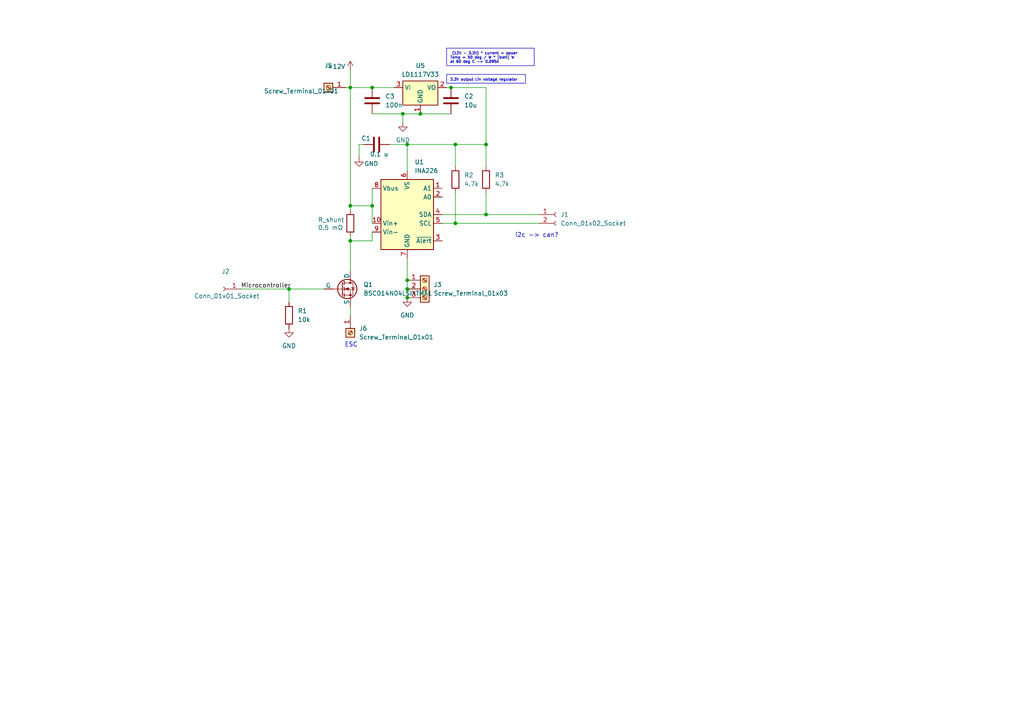
<source format=kicad_sch>
(kicad_sch
	(version 20250114)
	(generator "eeschema")
	(generator_version "9.0")
	(uuid "061be7ca-fd38-43b0-ac66-361ea2d49cb0")
	(paper "A4")
	(lib_symbols
		(symbol "Connector:Conn_01x01_Socket"
			(pin_names
				(offset 1.016)
				(hide yes)
			)
			(exclude_from_sim no)
			(in_bom yes)
			(on_board yes)
			(property "Reference" "J"
				(at 0 2.54 0)
				(effects
					(font
						(size 1.27 1.27)
					)
				)
			)
			(property "Value" "Conn_01x01_Socket"
				(at 0 -2.54 0)
				(effects
					(font
						(size 1.27 1.27)
					)
				)
			)
			(property "Footprint" ""
				(at 0 0 0)
				(effects
					(font
						(size 1.27 1.27)
					)
					(hide yes)
				)
			)
			(property "Datasheet" "~"
				(at 0 0 0)
				(effects
					(font
						(size 1.27 1.27)
					)
					(hide yes)
				)
			)
			(property "Description" "Generic connector, single row, 01x01, script generated"
				(at 0 0 0)
				(effects
					(font
						(size 1.27 1.27)
					)
					(hide yes)
				)
			)
			(property "ki_locked" ""
				(at 0 0 0)
				(effects
					(font
						(size 1.27 1.27)
					)
				)
			)
			(property "ki_keywords" "connector"
				(at 0 0 0)
				(effects
					(font
						(size 1.27 1.27)
					)
					(hide yes)
				)
			)
			(property "ki_fp_filters" "Connector*:*_1x??_*"
				(at 0 0 0)
				(effects
					(font
						(size 1.27 1.27)
					)
					(hide yes)
				)
			)
			(symbol "Conn_01x01_Socket_1_1"
				(polyline
					(pts
						(xy -1.27 0) (xy -0.508 0)
					)
					(stroke
						(width 0.1524)
						(type default)
					)
					(fill
						(type none)
					)
				)
				(arc
					(start 0 -0.508)
					(mid -0.5058 0)
					(end 0 0.508)
					(stroke
						(width 0.1524)
						(type default)
					)
					(fill
						(type none)
					)
				)
				(pin passive line
					(at -5.08 0 0)
					(length 3.81)
					(name "Pin_1"
						(effects
							(font
								(size 1.27 1.27)
							)
						)
					)
					(number "1"
						(effects
							(font
								(size 1.27 1.27)
							)
						)
					)
				)
			)
			(embedded_fonts no)
		)
		(symbol "Connector:Conn_01x02_Socket"
			(pin_names
				(offset 1.016)
				(hide yes)
			)
			(exclude_from_sim no)
			(in_bom yes)
			(on_board yes)
			(property "Reference" "J"
				(at 0 2.54 0)
				(effects
					(font
						(size 1.27 1.27)
					)
				)
			)
			(property "Value" "Conn_01x02_Socket"
				(at 0 -5.08 0)
				(effects
					(font
						(size 1.27 1.27)
					)
				)
			)
			(property "Footprint" ""
				(at 0 0 0)
				(effects
					(font
						(size 1.27 1.27)
					)
					(hide yes)
				)
			)
			(property "Datasheet" "~"
				(at 0 0 0)
				(effects
					(font
						(size 1.27 1.27)
					)
					(hide yes)
				)
			)
			(property "Description" "Generic connector, single row, 01x02, script generated"
				(at 0 0 0)
				(effects
					(font
						(size 1.27 1.27)
					)
					(hide yes)
				)
			)
			(property "ki_locked" ""
				(at 0 0 0)
				(effects
					(font
						(size 1.27 1.27)
					)
				)
			)
			(property "ki_keywords" "connector"
				(at 0 0 0)
				(effects
					(font
						(size 1.27 1.27)
					)
					(hide yes)
				)
			)
			(property "ki_fp_filters" "Connector*:*_1x??_*"
				(at 0 0 0)
				(effects
					(font
						(size 1.27 1.27)
					)
					(hide yes)
				)
			)
			(symbol "Conn_01x02_Socket_1_1"
				(polyline
					(pts
						(xy -1.27 0) (xy -0.508 0)
					)
					(stroke
						(width 0.1524)
						(type default)
					)
					(fill
						(type none)
					)
				)
				(polyline
					(pts
						(xy -1.27 -2.54) (xy -0.508 -2.54)
					)
					(stroke
						(width 0.1524)
						(type default)
					)
					(fill
						(type none)
					)
				)
				(arc
					(start 0 -0.508)
					(mid -0.5058 0)
					(end 0 0.508)
					(stroke
						(width 0.1524)
						(type default)
					)
					(fill
						(type none)
					)
				)
				(arc
					(start 0 -3.048)
					(mid -0.5058 -2.54)
					(end 0 -2.032)
					(stroke
						(width 0.1524)
						(type default)
					)
					(fill
						(type none)
					)
				)
				(pin passive line
					(at -5.08 0 0)
					(length 3.81)
					(name "Pin_1"
						(effects
							(font
								(size 1.27 1.27)
							)
						)
					)
					(number "1"
						(effects
							(font
								(size 1.27 1.27)
							)
						)
					)
				)
				(pin passive line
					(at -5.08 -2.54 0)
					(length 3.81)
					(name "Pin_2"
						(effects
							(font
								(size 1.27 1.27)
							)
						)
					)
					(number "2"
						(effects
							(font
								(size 1.27 1.27)
							)
						)
					)
				)
			)
			(embedded_fonts no)
		)
		(symbol "Connector:Screw_Terminal_01x01"
			(pin_names
				(offset 1.016)
				(hide yes)
			)
			(exclude_from_sim no)
			(in_bom yes)
			(on_board yes)
			(property "Reference" "J"
				(at 0 2.54 0)
				(effects
					(font
						(size 1.27 1.27)
					)
				)
			)
			(property "Value" "Screw_Terminal_01x01"
				(at 0 -2.54 0)
				(effects
					(font
						(size 1.27 1.27)
					)
				)
			)
			(property "Footprint" ""
				(at 0 0 0)
				(effects
					(font
						(size 1.27 1.27)
					)
					(hide yes)
				)
			)
			(property "Datasheet" "~"
				(at 0 0 0)
				(effects
					(font
						(size 1.27 1.27)
					)
					(hide yes)
				)
			)
			(property "Description" "Generic screw terminal, single row, 01x01, script generated (kicad-library-utils/schlib/autogen/connector/)"
				(at 0 0 0)
				(effects
					(font
						(size 1.27 1.27)
					)
					(hide yes)
				)
			)
			(property "ki_keywords" "screw terminal"
				(at 0 0 0)
				(effects
					(font
						(size 1.27 1.27)
					)
					(hide yes)
				)
			)
			(property "ki_fp_filters" "TerminalBlock*:*"
				(at 0 0 0)
				(effects
					(font
						(size 1.27 1.27)
					)
					(hide yes)
				)
			)
			(symbol "Screw_Terminal_01x01_1_1"
				(rectangle
					(start -1.27 1.27)
					(end 1.27 -1.27)
					(stroke
						(width 0.254)
						(type default)
					)
					(fill
						(type background)
					)
				)
				(polyline
					(pts
						(xy -0.5334 0.3302) (xy 0.3302 -0.508)
					)
					(stroke
						(width 0.1524)
						(type default)
					)
					(fill
						(type none)
					)
				)
				(polyline
					(pts
						(xy -0.3556 0.508) (xy 0.508 -0.3302)
					)
					(stroke
						(width 0.1524)
						(type default)
					)
					(fill
						(type none)
					)
				)
				(circle
					(center 0 0)
					(radius 0.635)
					(stroke
						(width 0.1524)
						(type default)
					)
					(fill
						(type none)
					)
				)
				(pin passive line
					(at -5.08 0 0)
					(length 3.81)
					(name "Pin_1"
						(effects
							(font
								(size 1.27 1.27)
							)
						)
					)
					(number "1"
						(effects
							(font
								(size 1.27 1.27)
							)
						)
					)
				)
			)
			(embedded_fonts no)
		)
		(symbol "Connector:Screw_Terminal_01x03"
			(pin_names
				(offset 1.016)
				(hide yes)
			)
			(exclude_from_sim no)
			(in_bom yes)
			(on_board yes)
			(property "Reference" "J"
				(at 0 5.08 0)
				(effects
					(font
						(size 1.27 1.27)
					)
				)
			)
			(property "Value" "Screw_Terminal_01x03"
				(at 0 -5.08 0)
				(effects
					(font
						(size 1.27 1.27)
					)
				)
			)
			(property "Footprint" ""
				(at 0 0 0)
				(effects
					(font
						(size 1.27 1.27)
					)
					(hide yes)
				)
			)
			(property "Datasheet" "~"
				(at 0 0 0)
				(effects
					(font
						(size 1.27 1.27)
					)
					(hide yes)
				)
			)
			(property "Description" "Generic screw terminal, single row, 01x03, script generated (kicad-library-utils/schlib/autogen/connector/)"
				(at 0 0 0)
				(effects
					(font
						(size 1.27 1.27)
					)
					(hide yes)
				)
			)
			(property "ki_keywords" "screw terminal"
				(at 0 0 0)
				(effects
					(font
						(size 1.27 1.27)
					)
					(hide yes)
				)
			)
			(property "ki_fp_filters" "TerminalBlock*:*"
				(at 0 0 0)
				(effects
					(font
						(size 1.27 1.27)
					)
					(hide yes)
				)
			)
			(symbol "Screw_Terminal_01x03_1_1"
				(rectangle
					(start -1.27 3.81)
					(end 1.27 -3.81)
					(stroke
						(width 0.254)
						(type default)
					)
					(fill
						(type background)
					)
				)
				(polyline
					(pts
						(xy -0.5334 2.8702) (xy 0.3302 2.032)
					)
					(stroke
						(width 0.1524)
						(type default)
					)
					(fill
						(type none)
					)
				)
				(polyline
					(pts
						(xy -0.5334 0.3302) (xy 0.3302 -0.508)
					)
					(stroke
						(width 0.1524)
						(type default)
					)
					(fill
						(type none)
					)
				)
				(polyline
					(pts
						(xy -0.5334 -2.2098) (xy 0.3302 -3.048)
					)
					(stroke
						(width 0.1524)
						(type default)
					)
					(fill
						(type none)
					)
				)
				(polyline
					(pts
						(xy -0.3556 3.048) (xy 0.508 2.2098)
					)
					(stroke
						(width 0.1524)
						(type default)
					)
					(fill
						(type none)
					)
				)
				(polyline
					(pts
						(xy -0.3556 0.508) (xy 0.508 -0.3302)
					)
					(stroke
						(width 0.1524)
						(type default)
					)
					(fill
						(type none)
					)
				)
				(polyline
					(pts
						(xy -0.3556 -2.032) (xy 0.508 -2.8702)
					)
					(stroke
						(width 0.1524)
						(type default)
					)
					(fill
						(type none)
					)
				)
				(circle
					(center 0 2.54)
					(radius 0.635)
					(stroke
						(width 0.1524)
						(type default)
					)
					(fill
						(type none)
					)
				)
				(circle
					(center 0 0)
					(radius 0.635)
					(stroke
						(width 0.1524)
						(type default)
					)
					(fill
						(type none)
					)
				)
				(circle
					(center 0 -2.54)
					(radius 0.635)
					(stroke
						(width 0.1524)
						(type default)
					)
					(fill
						(type none)
					)
				)
				(pin passive line
					(at -5.08 2.54 0)
					(length 3.81)
					(name "Pin_1"
						(effects
							(font
								(size 1.27 1.27)
							)
						)
					)
					(number "1"
						(effects
							(font
								(size 1.27 1.27)
							)
						)
					)
				)
				(pin passive line
					(at -5.08 0 0)
					(length 3.81)
					(name "Pin_2"
						(effects
							(font
								(size 1.27 1.27)
							)
						)
					)
					(number "2"
						(effects
							(font
								(size 1.27 1.27)
							)
						)
					)
				)
				(pin passive line
					(at -5.08 -2.54 0)
					(length 3.81)
					(name "Pin_3"
						(effects
							(font
								(size 1.27 1.27)
							)
						)
					)
					(number "3"
						(effects
							(font
								(size 1.27 1.27)
							)
						)
					)
				)
			)
			(embedded_fonts no)
		)
		(symbol "Device:C"
			(pin_numbers
				(hide yes)
			)
			(pin_names
				(offset 0.254)
			)
			(exclude_from_sim no)
			(in_bom yes)
			(on_board yes)
			(property "Reference" "C"
				(at 0.635 2.54 0)
				(effects
					(font
						(size 1.27 1.27)
					)
					(justify left)
				)
			)
			(property "Value" "C"
				(at 0.635 -2.54 0)
				(effects
					(font
						(size 1.27 1.27)
					)
					(justify left)
				)
			)
			(property "Footprint" ""
				(at 0.9652 -3.81 0)
				(effects
					(font
						(size 1.27 1.27)
					)
					(hide yes)
				)
			)
			(property "Datasheet" "~"
				(at 0 0 0)
				(effects
					(font
						(size 1.27 1.27)
					)
					(hide yes)
				)
			)
			(property "Description" "Unpolarized capacitor"
				(at 0 0 0)
				(effects
					(font
						(size 1.27 1.27)
					)
					(hide yes)
				)
			)
			(property "ki_keywords" "cap capacitor"
				(at 0 0 0)
				(effects
					(font
						(size 1.27 1.27)
					)
					(hide yes)
				)
			)
			(property "ki_fp_filters" "C_*"
				(at 0 0 0)
				(effects
					(font
						(size 1.27 1.27)
					)
					(hide yes)
				)
			)
			(symbol "C_0_1"
				(polyline
					(pts
						(xy -2.032 0.762) (xy 2.032 0.762)
					)
					(stroke
						(width 0.508)
						(type default)
					)
					(fill
						(type none)
					)
				)
				(polyline
					(pts
						(xy -2.032 -0.762) (xy 2.032 -0.762)
					)
					(stroke
						(width 0.508)
						(type default)
					)
					(fill
						(type none)
					)
				)
			)
			(symbol "C_1_1"
				(pin passive line
					(at 0 3.81 270)
					(length 2.794)
					(name "~"
						(effects
							(font
								(size 1.27 1.27)
							)
						)
					)
					(number "1"
						(effects
							(font
								(size 1.27 1.27)
							)
						)
					)
				)
				(pin passive line
					(at 0 -3.81 90)
					(length 2.794)
					(name "~"
						(effects
							(font
								(size 1.27 1.27)
							)
						)
					)
					(number "2"
						(effects
							(font
								(size 1.27 1.27)
							)
						)
					)
				)
			)
			(embedded_fonts no)
		)
		(symbol "Device:R"
			(pin_numbers
				(hide yes)
			)
			(pin_names
				(offset 0)
			)
			(exclude_from_sim no)
			(in_bom yes)
			(on_board yes)
			(property "Reference" "R"
				(at 2.032 0 90)
				(effects
					(font
						(size 1.27 1.27)
					)
				)
			)
			(property "Value" "R"
				(at 0 0 90)
				(effects
					(font
						(size 1.27 1.27)
					)
				)
			)
			(property "Footprint" ""
				(at -1.778 0 90)
				(effects
					(font
						(size 1.27 1.27)
					)
					(hide yes)
				)
			)
			(property "Datasheet" "~"
				(at 0 0 0)
				(effects
					(font
						(size 1.27 1.27)
					)
					(hide yes)
				)
			)
			(property "Description" "Resistor"
				(at 0 0 0)
				(effects
					(font
						(size 1.27 1.27)
					)
					(hide yes)
				)
			)
			(property "ki_keywords" "R res resistor"
				(at 0 0 0)
				(effects
					(font
						(size 1.27 1.27)
					)
					(hide yes)
				)
			)
			(property "ki_fp_filters" "R_*"
				(at 0 0 0)
				(effects
					(font
						(size 1.27 1.27)
					)
					(hide yes)
				)
			)
			(symbol "R_0_1"
				(rectangle
					(start -1.016 -2.54)
					(end 1.016 2.54)
					(stroke
						(width 0.254)
						(type default)
					)
					(fill
						(type none)
					)
				)
			)
			(symbol "R_1_1"
				(pin passive line
					(at 0 3.81 270)
					(length 1.27)
					(name "~"
						(effects
							(font
								(size 1.27 1.27)
							)
						)
					)
					(number "1"
						(effects
							(font
								(size 1.27 1.27)
							)
						)
					)
				)
				(pin passive line
					(at 0 -3.81 90)
					(length 1.27)
					(name "~"
						(effects
							(font
								(size 1.27 1.27)
							)
						)
					)
					(number "2"
						(effects
							(font
								(size 1.27 1.27)
							)
						)
					)
				)
			)
			(embedded_fonts no)
		)
		(symbol "Regulator_Linear:LD1117V33"
			(exclude_from_sim no)
			(in_bom yes)
			(on_board yes)
			(property "Reference" "U"
				(at -3.81 3.175 0)
				(effects
					(font
						(size 1.27 1.27)
					)
				)
			)
			(property "Value" "LD1117V33"
				(at 0 3.175 0)
				(effects
					(font
						(size 1.27 1.27)
					)
					(justify left)
				)
			)
			(property "Footprint" "Package_TO_SOT_THT:TO-220-3_Vertical"
				(at 0 5.08 0)
				(effects
					(font
						(size 1.27 1.27)
					)
					(hide yes)
				)
			)
			(property "Datasheet" "https://www.st.com/resource/en/datasheet/ld1117.pdf"
				(at 2.54 -6.35 0)
				(effects
					(font
						(size 1.27 1.27)
					)
					(hide yes)
				)
			)
			(property "Description" "800 mA Fixed Low Drop Positive Voltage Regulator (ldo). Max input 15V. Fixed Output 3.3V. TO-220-3"
				(at 0 0 0)
				(effects
					(font
						(size 1.27 1.27)
					)
					(hide yes)
				)
			)
			(property "ki_keywords" "low-dropout-regulator ldo"
				(at 0 0 0)
				(effects
					(font
						(size 1.27 1.27)
					)
					(hide yes)
				)
			)
			(property "ki_fp_filters" "*TO?220*"
				(at 0 0 0)
				(effects
					(font
						(size 1.27 1.27)
					)
					(hide yes)
				)
			)
			(symbol "LD1117V33_0_1"
				(rectangle
					(start -5.08 -5.08)
					(end 5.08 1.905)
					(stroke
						(width 0.254)
						(type default)
					)
					(fill
						(type background)
					)
				)
			)
			(symbol "LD1117V33_1_1"
				(pin power_in line
					(at -7.62 0 0)
					(length 2.54)
					(name "VI"
						(effects
							(font
								(size 1.27 1.27)
							)
						)
					)
					(number "3"
						(effects
							(font
								(size 1.27 1.27)
							)
						)
					)
				)
				(pin power_in line
					(at 0 -7.62 90)
					(length 2.54)
					(name "GND"
						(effects
							(font
								(size 1.27 1.27)
							)
						)
					)
					(number "1"
						(effects
							(font
								(size 1.27 1.27)
							)
						)
					)
				)
				(pin power_out line
					(at 7.62 0 180)
					(length 2.54)
					(name "VO"
						(effects
							(font
								(size 1.27 1.27)
							)
						)
					)
					(number "2"
						(effects
							(font
								(size 1.27 1.27)
							)
						)
					)
				)
			)
			(embedded_fonts no)
		)
		(symbol "Sensor_Energy:INA226"
			(exclude_from_sim no)
			(in_bom yes)
			(on_board yes)
			(property "Reference" "U"
				(at -6.35 11.43 0)
				(effects
					(font
						(size 1.27 1.27)
					)
				)
			)
			(property "Value" "INA226"
				(at 3.81 11.43 0)
				(effects
					(font
						(size 1.27 1.27)
					)
				)
			)
			(property "Footprint" "Package_SO:VSSOP-10_3x3mm_P0.5mm"
				(at 20.32 -11.43 0)
				(effects
					(font
						(size 1.27 1.27)
					)
					(hide yes)
				)
			)
			(property "Datasheet" "http://www.ti.com/lit/ds/symlink/ina226.pdf"
				(at 8.89 -2.54 0)
				(effects
					(font
						(size 1.27 1.27)
					)
					(hide yes)
				)
			)
			(property "Description" "High-Side or Low-Side Measurement, Bi-Directional Current and Power Monitor (0-36V) with I2C Compatible Interface, VSSOP-10"
				(at 0 0 0)
				(effects
					(font
						(size 1.27 1.27)
					)
					(hide yes)
				)
			)
			(property "ki_keywords" "ADC I2C 16-Bit Oversampling Current Shunt"
				(at 0 0 0)
				(effects
					(font
						(size 1.27 1.27)
					)
					(hide yes)
				)
			)
			(property "ki_fp_filters" "VSSOP*3x3mm*P0.5mm*"
				(at 0 0 0)
				(effects
					(font
						(size 1.27 1.27)
					)
					(hide yes)
				)
			)
			(symbol "INA226_0_1"
				(rectangle
					(start 7.62 10.16)
					(end -7.62 -10.16)
					(stroke
						(width 0.254)
						(type default)
					)
					(fill
						(type background)
					)
				)
			)
			(symbol "INA226_1_1"
				(pin input line
					(at -10.16 7.62 0)
					(length 2.54)
					(name "Vbus"
						(effects
							(font
								(size 1.27 1.27)
							)
						)
					)
					(number "8"
						(effects
							(font
								(size 1.27 1.27)
							)
						)
					)
				)
				(pin input line
					(at -10.16 -2.54 0)
					(length 2.54)
					(name "Vin+"
						(effects
							(font
								(size 1.27 1.27)
							)
						)
					)
					(number "10"
						(effects
							(font
								(size 1.27 1.27)
							)
						)
					)
				)
				(pin input line
					(at -10.16 -5.08 0)
					(length 2.54)
					(name "Vin-"
						(effects
							(font
								(size 1.27 1.27)
							)
						)
					)
					(number "9"
						(effects
							(font
								(size 1.27 1.27)
							)
						)
					)
				)
				(pin power_in line
					(at 0 12.7 270)
					(length 2.54)
					(name "VS"
						(effects
							(font
								(size 1.27 1.27)
							)
						)
					)
					(number "6"
						(effects
							(font
								(size 1.27 1.27)
							)
						)
					)
				)
				(pin power_in line
					(at 0 -12.7 90)
					(length 2.54)
					(name "GND"
						(effects
							(font
								(size 1.27 1.27)
							)
						)
					)
					(number "7"
						(effects
							(font
								(size 1.27 1.27)
							)
						)
					)
				)
				(pin input line
					(at 10.16 7.62 180)
					(length 2.54)
					(name "A1"
						(effects
							(font
								(size 1.27 1.27)
							)
						)
					)
					(number "1"
						(effects
							(font
								(size 1.27 1.27)
							)
						)
					)
				)
				(pin input line
					(at 10.16 5.08 180)
					(length 2.54)
					(name "A0"
						(effects
							(font
								(size 1.27 1.27)
							)
						)
					)
					(number "2"
						(effects
							(font
								(size 1.27 1.27)
							)
						)
					)
				)
				(pin bidirectional line
					(at 10.16 0 180)
					(length 2.54)
					(name "SDA"
						(effects
							(font
								(size 1.27 1.27)
							)
						)
					)
					(number "4"
						(effects
							(font
								(size 1.27 1.27)
							)
						)
					)
				)
				(pin input line
					(at 10.16 -2.54 180)
					(length 2.54)
					(name "SCL"
						(effects
							(font
								(size 1.27 1.27)
							)
						)
					)
					(number "5"
						(effects
							(font
								(size 1.27 1.27)
							)
						)
					)
				)
				(pin open_collector line
					(at 10.16 -7.62 180)
					(length 2.54)
					(name "~{Alert}"
						(effects
							(font
								(size 1.27 1.27)
							)
						)
					)
					(number "3"
						(effects
							(font
								(size 1.27 1.27)
							)
						)
					)
				)
			)
			(embedded_fonts no)
		)
		(symbol "Simulation_SPICE:NMOS"
			(pin_numbers
				(hide yes)
			)
			(pin_names
				(offset 0)
			)
			(exclude_from_sim no)
			(in_bom yes)
			(on_board yes)
			(property "Reference" "Q"
				(at 5.08 1.27 0)
				(effects
					(font
						(size 1.27 1.27)
					)
					(justify left)
				)
			)
			(property "Value" "NMOS"
				(at 5.08 -1.27 0)
				(effects
					(font
						(size 1.27 1.27)
					)
					(justify left)
				)
			)
			(property "Footprint" ""
				(at 5.08 2.54 0)
				(effects
					(font
						(size 1.27 1.27)
					)
					(hide yes)
				)
			)
			(property "Datasheet" "https://ngspice.sourceforge.io/docs/ngspice-html-manual/manual.xhtml#cha_MOSFETs"
				(at 0 -12.7 0)
				(effects
					(font
						(size 1.27 1.27)
					)
					(hide yes)
				)
			)
			(property "Description" "N-MOSFET transistor, drain/source/gate"
				(at 0 0 0)
				(effects
					(font
						(size 1.27 1.27)
					)
					(hide yes)
				)
			)
			(property "Sim.Device" "NMOS"
				(at 0 -17.145 0)
				(effects
					(font
						(size 1.27 1.27)
					)
					(hide yes)
				)
			)
			(property "Sim.Type" "VDMOS"
				(at 0 -19.05 0)
				(effects
					(font
						(size 1.27 1.27)
					)
					(hide yes)
				)
			)
			(property "Sim.Pins" "1=D 2=G 3=S"
				(at 0 -15.24 0)
				(effects
					(font
						(size 1.27 1.27)
					)
					(hide yes)
				)
			)
			(property "ki_keywords" "transistor NMOS N-MOS N-MOSFET simulation"
				(at 0 0 0)
				(effects
					(font
						(size 1.27 1.27)
					)
					(hide yes)
				)
			)
			(symbol "NMOS_0_1"
				(polyline
					(pts
						(xy 0.254 1.905) (xy 0.254 -1.905)
					)
					(stroke
						(width 0.254)
						(type default)
					)
					(fill
						(type none)
					)
				)
				(polyline
					(pts
						(xy 0.254 0) (xy -2.54 0)
					)
					(stroke
						(width 0)
						(type default)
					)
					(fill
						(type none)
					)
				)
				(polyline
					(pts
						(xy 0.762 2.286) (xy 0.762 1.27)
					)
					(stroke
						(width 0.254)
						(type default)
					)
					(fill
						(type none)
					)
				)
				(polyline
					(pts
						(xy 0.762 0.508) (xy 0.762 -0.508)
					)
					(stroke
						(width 0.254)
						(type default)
					)
					(fill
						(type none)
					)
				)
				(polyline
					(pts
						(xy 0.762 -1.27) (xy 0.762 -2.286)
					)
					(stroke
						(width 0.254)
						(type default)
					)
					(fill
						(type none)
					)
				)
				(polyline
					(pts
						(xy 0.762 -1.778) (xy 3.302 -1.778) (xy 3.302 1.778) (xy 0.762 1.778)
					)
					(stroke
						(width 0)
						(type default)
					)
					(fill
						(type none)
					)
				)
				(polyline
					(pts
						(xy 1.016 0) (xy 2.032 0.381) (xy 2.032 -0.381) (xy 1.016 0)
					)
					(stroke
						(width 0)
						(type default)
					)
					(fill
						(type outline)
					)
				)
				(circle
					(center 1.651 0)
					(radius 2.794)
					(stroke
						(width 0.254)
						(type default)
					)
					(fill
						(type none)
					)
				)
				(polyline
					(pts
						(xy 2.54 2.54) (xy 2.54 1.778)
					)
					(stroke
						(width 0)
						(type default)
					)
					(fill
						(type none)
					)
				)
				(circle
					(center 2.54 1.778)
					(radius 0.254)
					(stroke
						(width 0)
						(type default)
					)
					(fill
						(type outline)
					)
				)
				(circle
					(center 2.54 -1.778)
					(radius 0.254)
					(stroke
						(width 0)
						(type default)
					)
					(fill
						(type outline)
					)
				)
				(polyline
					(pts
						(xy 2.54 -2.54) (xy 2.54 0) (xy 0.762 0)
					)
					(stroke
						(width 0)
						(type default)
					)
					(fill
						(type none)
					)
				)
				(polyline
					(pts
						(xy 2.794 0.508) (xy 2.921 0.381) (xy 3.683 0.381) (xy 3.81 0.254)
					)
					(stroke
						(width 0)
						(type default)
					)
					(fill
						(type none)
					)
				)
				(polyline
					(pts
						(xy 3.302 0.381) (xy 2.921 -0.254) (xy 3.683 -0.254) (xy 3.302 0.381)
					)
					(stroke
						(width 0)
						(type default)
					)
					(fill
						(type none)
					)
				)
			)
			(symbol "NMOS_1_1"
				(pin input line
					(at -5.08 0 0)
					(length 2.54)
					(name "G"
						(effects
							(font
								(size 1.27 1.27)
							)
						)
					)
					(number "2"
						(effects
							(font
								(size 1.27 1.27)
							)
						)
					)
				)
				(pin passive line
					(at 2.54 5.08 270)
					(length 2.54)
					(name "D"
						(effects
							(font
								(size 1.27 1.27)
							)
						)
					)
					(number "1"
						(effects
							(font
								(size 1.27 1.27)
							)
						)
					)
				)
				(pin passive line
					(at 2.54 -5.08 90)
					(length 2.54)
					(name "S"
						(effects
							(font
								(size 1.27 1.27)
							)
						)
					)
					(number "3"
						(effects
							(font
								(size 1.27 1.27)
							)
						)
					)
				)
			)
			(embedded_fonts no)
		)
		(symbol "power:+12V"
			(power)
			(pin_numbers
				(hide yes)
			)
			(pin_names
				(offset 0)
				(hide yes)
			)
			(exclude_from_sim no)
			(in_bom yes)
			(on_board yes)
			(property "Reference" "#PWR"
				(at 0 -3.81 0)
				(effects
					(font
						(size 1.27 1.27)
					)
					(hide yes)
				)
			)
			(property "Value" "+12V"
				(at 0 3.556 0)
				(effects
					(font
						(size 1.27 1.27)
					)
				)
			)
			(property "Footprint" ""
				(at 0 0 0)
				(effects
					(font
						(size 1.27 1.27)
					)
					(hide yes)
				)
			)
			(property "Datasheet" ""
				(at 0 0 0)
				(effects
					(font
						(size 1.27 1.27)
					)
					(hide yes)
				)
			)
			(property "Description" "Power symbol creates a global label with name \"+12V\""
				(at 0 0 0)
				(effects
					(font
						(size 1.27 1.27)
					)
					(hide yes)
				)
			)
			(property "ki_keywords" "global power"
				(at 0 0 0)
				(effects
					(font
						(size 1.27 1.27)
					)
					(hide yes)
				)
			)
			(symbol "+12V_0_1"
				(polyline
					(pts
						(xy -0.762 1.27) (xy 0 2.54)
					)
					(stroke
						(width 0)
						(type default)
					)
					(fill
						(type none)
					)
				)
				(polyline
					(pts
						(xy 0 2.54) (xy 0.762 1.27)
					)
					(stroke
						(width 0)
						(type default)
					)
					(fill
						(type none)
					)
				)
				(polyline
					(pts
						(xy 0 0) (xy 0 2.54)
					)
					(stroke
						(width 0)
						(type default)
					)
					(fill
						(type none)
					)
				)
			)
			(symbol "+12V_1_1"
				(pin power_in line
					(at 0 0 90)
					(length 0)
					(name "~"
						(effects
							(font
								(size 1.27 1.27)
							)
						)
					)
					(number "1"
						(effects
							(font
								(size 1.27 1.27)
							)
						)
					)
				)
			)
			(embedded_fonts no)
		)
		(symbol "power:GND"
			(power)
			(pin_numbers
				(hide yes)
			)
			(pin_names
				(offset 0)
				(hide yes)
			)
			(exclude_from_sim no)
			(in_bom yes)
			(on_board yes)
			(property "Reference" "#PWR"
				(at 0 -6.35 0)
				(effects
					(font
						(size 1.27 1.27)
					)
					(hide yes)
				)
			)
			(property "Value" "GND"
				(at 0 -3.81 0)
				(effects
					(font
						(size 1.27 1.27)
					)
				)
			)
			(property "Footprint" ""
				(at 0 0 0)
				(effects
					(font
						(size 1.27 1.27)
					)
					(hide yes)
				)
			)
			(property "Datasheet" ""
				(at 0 0 0)
				(effects
					(font
						(size 1.27 1.27)
					)
					(hide yes)
				)
			)
			(property "Description" "Power symbol creates a global label with name \"GND\" , ground"
				(at 0 0 0)
				(effects
					(font
						(size 1.27 1.27)
					)
					(hide yes)
				)
			)
			(property "ki_keywords" "global power"
				(at 0 0 0)
				(effects
					(font
						(size 1.27 1.27)
					)
					(hide yes)
				)
			)
			(symbol "GND_0_1"
				(polyline
					(pts
						(xy 0 0) (xy 0 -1.27) (xy 1.27 -1.27) (xy 0 -2.54) (xy -1.27 -1.27) (xy 0 -1.27)
					)
					(stroke
						(width 0)
						(type default)
					)
					(fill
						(type none)
					)
				)
			)
			(symbol "GND_1_1"
				(pin power_in line
					(at 0 0 270)
					(length 0)
					(name "~"
						(effects
							(font
								(size 1.27 1.27)
							)
						)
					)
					(number "1"
						(effects
							(font
								(size 1.27 1.27)
							)
						)
					)
				)
			)
			(embedded_fonts no)
		)
	)
	(text "ESC\n"
		(exclude_from_sim no)
		(at 101.854 100.076 0)
		(effects
			(font
				(size 1.27 1.27)
			)
		)
		(uuid "a093bca2-3106-414b-8270-1c3973b063c0")
	)
	(text "i2c -> can?\n"
		(exclude_from_sim no)
		(at 155.702 68.326 0)
		(effects
			(font
				(size 1.27 1.27)
			)
		)
		(uuid "c00be45a-9397-4a90-80e9-09acc527bd3f")
	)
	(text_box " (12V - 3.3V) * current = power \nTemp = 50 deg / W * [bleh] W\nat 60 deg C -> 0.095A \n"
		(exclude_from_sim no)
		(at 129.54 13.97 0)
		(size 25.4 5.08)
		(margins 0.9525 0.9525 0.9525 0.9525)
		(stroke
			(width 0)
			(type solid)
		)
		(fill
			(type none)
		)
		(effects
			(font
				(size 0.762 0.762)
			)
			(justify left top)
		)
		(uuid "e94a56ee-c1e7-4adf-a709-4f777d2e1a3f")
	)
	(text_box "3.3V output Lin voltage regulator"
		(exclude_from_sim no)
		(at 129.54 21.59 0)
		(size 22.86 2.54)
		(margins 0.9525 0.9525 0.9525 0.9525)
		(stroke
			(width 0)
			(type solid)
		)
		(fill
			(type none)
		)
		(effects
			(font
				(size 0.762 0.762)
			)
			(justify left top)
		)
		(uuid "f0dc8457-ccad-4d53-94c8-e1804e84bbeb")
	)
	(junction
		(at 101.6 59.69)
		(diameter 0)
		(color 0 0 0 0)
		(uuid "1cee996a-02ba-4bf9-80d6-8605531daaff")
	)
	(junction
		(at 118.11 83.82)
		(diameter 0)
		(color 0 0 0 0)
		(uuid "3f96ec73-6d5f-4bdf-80b1-0f3eaab6055d")
	)
	(junction
		(at 140.97 41.91)
		(diameter 0)
		(color 0 0 0 0)
		(uuid "408c9a8d-e169-41ba-a439-9689d252f04e")
	)
	(junction
		(at 107.95 25.4)
		(diameter 0)
		(color 0 0 0 0)
		(uuid "6323164e-9e08-4289-b576-3da8377fb7a0")
	)
	(junction
		(at 118.11 41.91)
		(diameter 0)
		(color 0 0 0 0)
		(uuid "82eaa52a-81c3-4690-aedf-6fb9c3c653b4")
	)
	(junction
		(at 140.97 62.23)
		(diameter 0)
		(color 0 0 0 0)
		(uuid "85b41a87-141b-4af4-9192-28e52df228b2")
	)
	(junction
		(at 116.84 33.02)
		(diameter 0)
		(color 0 0 0 0)
		(uuid "95bf5daa-32e4-4895-8a21-1f88d0fd82f2")
	)
	(junction
		(at 118.11 81.28)
		(diameter 0)
		(color 0 0 0 0)
		(uuid "97c0dc6b-f1ac-4453-a80a-e1fead2e5cf4")
	)
	(junction
		(at 101.6 25.4)
		(diameter 0)
		(color 0 0 0 0)
		(uuid "9d1a6b69-9724-451b-8550-82614798623a")
	)
	(junction
		(at 130.81 25.4)
		(diameter 0)
		(color 0 0 0 0)
		(uuid "a302355e-8018-4b26-8a2d-29d1aa17479d")
	)
	(junction
		(at 118.11 86.36)
		(diameter 0)
		(color 0 0 0 0)
		(uuid "ad2cb4d9-1bcc-45b3-a13f-1c558897d722")
	)
	(junction
		(at 121.92 33.02)
		(diameter 0)
		(color 0 0 0 0)
		(uuid "ae7e21c9-1638-41e9-ae16-765776a78efb")
	)
	(junction
		(at 132.08 41.91)
		(diameter 0)
		(color 0 0 0 0)
		(uuid "da9e8686-17a9-438a-abd4-a7e2cd30a4da")
	)
	(junction
		(at 107.95 59.69)
		(diameter 0)
		(color 0 0 0 0)
		(uuid "eafd84ee-baf3-4da7-b92b-0764ae96898c")
	)
	(junction
		(at 132.08 64.77)
		(diameter 0)
		(color 0 0 0 0)
		(uuid "f5d990c1-d3f5-4f7c-a861-f8ea5ef296c3")
	)
	(junction
		(at 101.6 69.85)
		(diameter 0)
		(color 0 0 0 0)
		(uuid "f7b7f8eb-ad6c-4011-b24c-79492cfe0a2f")
	)
	(junction
		(at 83.82 83.82)
		(diameter 0)
		(color 0 0 0 0)
		(uuid "fa02dad9-1077-431d-926e-5c6bcb12ff6f")
	)
	(wire
		(pts
			(xy 101.6 25.4) (xy 101.6 59.69)
		)
		(stroke
			(width 0)
			(type default)
		)
		(uuid "0488dbb0-5c17-4f0e-b34a-2730e95bebf1")
	)
	(wire
		(pts
			(xy 101.6 25.4) (xy 107.95 25.4)
		)
		(stroke
			(width 0)
			(type default)
		)
		(uuid "07a3ac6d-71f3-4ed5-9a1b-2c52c578ef9b")
	)
	(wire
		(pts
			(xy 101.6 20.32) (xy 101.6 25.4)
		)
		(stroke
			(width 0)
			(type default)
		)
		(uuid "1c3f588d-a29f-4da6-8577-6825c790fefd")
	)
	(wire
		(pts
			(xy 118.11 81.28) (xy 118.11 83.82)
		)
		(stroke
			(width 0)
			(type default)
		)
		(uuid "243a4d91-46a5-4b8f-b54d-4956c26de3c5")
	)
	(wire
		(pts
			(xy 101.6 69.85) (xy 101.6 78.74)
		)
		(stroke
			(width 0)
			(type default)
		)
		(uuid "2cd84d5e-46a8-44b1-a74b-ef25dceb7b17")
	)
	(wire
		(pts
			(xy 118.11 74.93) (xy 118.11 81.28)
		)
		(stroke
			(width 0)
			(type default)
		)
		(uuid "3b1bbc7c-081b-4304-85e9-16fb62946693")
	)
	(wire
		(pts
			(xy 116.84 33.02) (xy 121.92 33.02)
		)
		(stroke
			(width 0)
			(type default)
		)
		(uuid "3c6763f0-98d4-4fe1-b75a-6786e95f2e21")
	)
	(wire
		(pts
			(xy 128.27 64.77) (xy 132.08 64.77)
		)
		(stroke
			(width 0)
			(type default)
		)
		(uuid "3e171430-bbdf-431e-9562-4cc7506da07c")
	)
	(wire
		(pts
			(xy 118.11 41.91) (xy 113.03 41.91)
		)
		(stroke
			(width 0)
			(type default)
		)
		(uuid "405ad6a0-1715-4641-95dd-c9ea539247b2")
	)
	(wire
		(pts
			(xy 118.11 41.91) (xy 132.08 41.91)
		)
		(stroke
			(width 0)
			(type default)
		)
		(uuid "41301b99-24a8-444c-8def-df4393351e27")
	)
	(wire
		(pts
			(xy 93.98 83.82) (xy 83.82 83.82)
		)
		(stroke
			(width 0)
			(type default)
		)
		(uuid "4eddfbe4-94d9-4221-81dc-c5e55eab99e7")
	)
	(wire
		(pts
			(xy 101.6 69.85) (xy 107.95 69.85)
		)
		(stroke
			(width 0)
			(type default)
		)
		(uuid "4f641b98-9d67-4ea8-8576-875d810a3d88")
	)
	(wire
		(pts
			(xy 132.08 41.91) (xy 140.97 41.91)
		)
		(stroke
			(width 0)
			(type default)
		)
		(uuid "5811a7d6-1331-46ad-b525-aa4e026510ad")
	)
	(wire
		(pts
			(xy 118.11 83.82) (xy 118.11 86.36)
		)
		(stroke
			(width 0)
			(type default)
		)
		(uuid "58910448-d0a1-4976-924b-4fbaa41297f7")
	)
	(wire
		(pts
			(xy 128.27 62.23) (xy 140.97 62.23)
		)
		(stroke
			(width 0)
			(type default)
		)
		(uuid "607f6acf-be26-4263-adc6-798946cb3e4b")
	)
	(wire
		(pts
			(xy 104.14 41.91) (xy 104.14 45.72)
		)
		(stroke
			(width 0)
			(type default)
		)
		(uuid "608eca20-edbc-4964-bbb2-4fb8218a6e12")
	)
	(wire
		(pts
			(xy 132.08 55.88) (xy 132.08 64.77)
		)
		(stroke
			(width 0)
			(type default)
		)
		(uuid "6c564c00-27da-4b3e-a922-341b89842810")
	)
	(wire
		(pts
			(xy 105.41 41.91) (xy 104.14 41.91)
		)
		(stroke
			(width 0)
			(type default)
		)
		(uuid "6e880fb7-c3da-4e19-ba34-290f120d17b9")
	)
	(wire
		(pts
			(xy 129.54 25.4) (xy 130.81 25.4)
		)
		(stroke
			(width 0)
			(type default)
		)
		(uuid "82984c07-4146-456d-9d09-f587d960db78")
	)
	(wire
		(pts
			(xy 69.85 83.82) (xy 83.82 83.82)
		)
		(stroke
			(width 0)
			(type default)
		)
		(uuid "847d3ec5-3514-4244-9c34-3e472d1e3e79")
	)
	(wire
		(pts
			(xy 140.97 62.23) (xy 140.97 55.88)
		)
		(stroke
			(width 0)
			(type default)
		)
		(uuid "8bec8dcf-9f4c-4ea5-a64c-efae21ad17fa")
	)
	(wire
		(pts
			(xy 140.97 41.91) (xy 140.97 48.26)
		)
		(stroke
			(width 0)
			(type default)
		)
		(uuid "92450420-f3bf-421b-bab2-a25409ce5c98")
	)
	(wire
		(pts
			(xy 132.08 64.77) (xy 156.21 64.77)
		)
		(stroke
			(width 0)
			(type default)
		)
		(uuid "9c15987c-6fdf-4279-bdbe-e7956356d254")
	)
	(wire
		(pts
			(xy 101.6 59.69) (xy 101.6 60.96)
		)
		(stroke
			(width 0)
			(type default)
		)
		(uuid "a2cd8565-b955-462f-8e43-7285b32316af")
	)
	(wire
		(pts
			(xy 130.81 25.4) (xy 140.97 25.4)
		)
		(stroke
			(width 0)
			(type default)
		)
		(uuid "a900d198-8684-4811-9c56-5d64aacbdedd")
	)
	(wire
		(pts
			(xy 107.95 25.4) (xy 114.3 25.4)
		)
		(stroke
			(width 0)
			(type default)
		)
		(uuid "a97810ca-c4eb-4861-a09f-38599e55463b")
	)
	(wire
		(pts
			(xy 140.97 25.4) (xy 140.97 41.91)
		)
		(stroke
			(width 0)
			(type default)
		)
		(uuid "ab40b724-23b1-4b80-a1fe-1c395de8aa96")
	)
	(wire
		(pts
			(xy 107.95 64.77) (xy 107.95 59.69)
		)
		(stroke
			(width 0)
			(type default)
		)
		(uuid "b5a7e058-2ffb-4014-bcd4-b275b22f5ece")
	)
	(wire
		(pts
			(xy 107.95 54.61) (xy 107.95 59.69)
		)
		(stroke
			(width 0)
			(type default)
		)
		(uuid "b7582371-7001-4349-8f70-b2ad13ead8b2")
	)
	(wire
		(pts
			(xy 132.08 48.26) (xy 132.08 41.91)
		)
		(stroke
			(width 0)
			(type default)
		)
		(uuid "b8f67df5-ed28-4135-b05a-7f94be414c87")
	)
	(wire
		(pts
			(xy 101.6 59.69) (xy 107.95 59.69)
		)
		(stroke
			(width 0)
			(type default)
		)
		(uuid "b9f18284-70de-4aae-aae5-49cb3aa6018a")
	)
	(wire
		(pts
			(xy 83.82 83.82) (xy 83.82 87.63)
		)
		(stroke
			(width 0)
			(type default)
		)
		(uuid "c026098d-4364-497c-bbc4-f1a323797036")
	)
	(wire
		(pts
			(xy 121.92 33.02) (xy 130.81 33.02)
		)
		(stroke
			(width 0)
			(type default)
		)
		(uuid "c265a428-84a1-4ef2-97b9-67de1b907f31")
	)
	(wire
		(pts
			(xy 107.95 69.85) (xy 107.95 67.31)
		)
		(stroke
			(width 0)
			(type default)
		)
		(uuid "c3b614bc-f561-4d7e-bca7-e45882f04bf8")
	)
	(wire
		(pts
			(xy 116.84 35.56) (xy 116.84 33.02)
		)
		(stroke
			(width 0)
			(type default)
		)
		(uuid "d41e2b3c-065f-4cc1-80a2-c0a20037bd4f")
	)
	(wire
		(pts
			(xy 107.95 33.02) (xy 116.84 33.02)
		)
		(stroke
			(width 0)
			(type default)
		)
		(uuid "d9abf8cd-2c82-4f8d-9e79-701a65999739")
	)
	(wire
		(pts
			(xy 101.6 68.58) (xy 101.6 69.85)
		)
		(stroke
			(width 0)
			(type default)
		)
		(uuid "d9ffb16a-f001-43d5-9800-7aa7e87a06ca")
	)
	(wire
		(pts
			(xy 101.6 88.9) (xy 101.6 91.44)
		)
		(stroke
			(width 0)
			(type default)
		)
		(uuid "df784229-5c96-42bb-b8df-e5277b0d4cc4")
	)
	(wire
		(pts
			(xy 140.97 62.23) (xy 156.21 62.23)
		)
		(stroke
			(width 0)
			(type default)
		)
		(uuid "eb012a04-1b57-43fd-8295-fb481ee7a594")
	)
	(wire
		(pts
			(xy 118.11 41.91) (xy 118.11 49.53)
		)
		(stroke
			(width 0)
			(type default)
		)
		(uuid "f239d297-d677-45e3-a9ba-d70b1aa273a1")
	)
	(wire
		(pts
			(xy 101.6 25.4) (xy 100.33 25.4)
		)
		(stroke
			(width 0)
			(type default)
		)
		(uuid "f587558a-b9e8-4b08-a8b7-4f2b222c3ce5")
	)
	(label "Microcontroller"
		(at 69.85 83.82 0)
		(effects
			(font
				(size 1.27 1.27)
			)
			(justify left bottom)
		)
		(uuid "e72dcfa5-f648-4a07-8247-e9c7f191db08")
	)
	(symbol
		(lib_id "Connector:Conn_01x01_Socket")
		(at 64.77 83.82 180)
		(unit 1)
		(exclude_from_sim no)
		(in_bom yes)
		(on_board yes)
		(dnp no)
		(uuid "03fcdd7b-88d5-4014-99aa-a6fb4d54bf08")
		(property "Reference" "J2"
			(at 65.405 78.74 0)
			(effects
				(font
					(size 1.27 1.27)
				)
			)
		)
		(property "Value" "Conn_01x01_Socket"
			(at 65.786 85.852 0)
			(effects
				(font
					(size 1.27 1.27)
				)
			)
		)
		(property "Footprint" ""
			(at 64.77 83.82 0)
			(effects
				(font
					(size 1.27 1.27)
				)
				(hide yes)
			)
		)
		(property "Datasheet" ""
			(at 64.77 83.82 0)
			(effects
				(font
					(size 1.27 1.27)
				)
				(hide yes)
			)
		)
		(property "Description" "Generic connector, single row, 01x01, script generated"
			(at 64.77 83.82 0)
			(effects
				(font
					(size 1.27 1.27)
				)
				(hide yes)
			)
		)
		(pin "1"
			(uuid "346e0360-74f4-47f0-894a-d5e812a26b72")
		)
		(instances
			(project ""
				(path "/061be7ca-fd38-43b0-ac66-361ea2d49cb0"
					(reference "J2")
					(unit 1)
				)
			)
		)
	)
	(symbol
		(lib_id "Device:C")
		(at 130.81 29.21 0)
		(unit 1)
		(exclude_from_sim no)
		(in_bom yes)
		(on_board yes)
		(dnp no)
		(fields_autoplaced yes)
		(uuid "0ee17e9f-8f1e-49df-a2e4-4e1beb207fd7")
		(property "Reference" "C2"
			(at 134.62 27.9399 0)
			(effects
				(font
					(size 1.27 1.27)
				)
				(justify left)
			)
		)
		(property "Value" "10u"
			(at 134.62 30.4799 0)
			(effects
				(font
					(size 1.27 1.27)
				)
				(justify left)
			)
		)
		(property "Footprint" ""
			(at 131.7752 33.02 0)
			(effects
				(font
					(size 1.27 1.27)
				)
				(hide yes)
			)
		)
		(property "Datasheet" "https://s3.amazonaws.com/snapeda/datasheet/GRM319R61C106KE15D_Murata.pdf?utm_source=snapeda&utm_medium=referral&utm_campaign=snapeda-suppression-datasheet"
			(at 130.81 29.21 0)
			(effects
				(font
					(size 1.27 1.27)
				)
				(hide yes)
			)
		)
		(property "Description" "Unpolarized capacitor"
			(at 130.81 29.21 0)
			(effects
				(font
					(size 1.27 1.27)
				)
				(hide yes)
			)
		)
		(pin "2"
			(uuid "67002559-c7b8-426a-9034-7d287f57c2f5")
		)
		(pin "1"
			(uuid "d61f7b16-4ce6-4b47-a2f5-17636452cd47")
		)
		(instances
			(project ""
				(path "/061be7ca-fd38-43b0-ac66-361ea2d49cb0"
					(reference "C2")
					(unit 1)
				)
			)
		)
	)
	(symbol
		(lib_id "Regulator_Linear:LD1117V33")
		(at 121.92 25.4 0)
		(unit 1)
		(exclude_from_sim no)
		(in_bom yes)
		(on_board yes)
		(dnp no)
		(fields_autoplaced yes)
		(uuid "34ad50b0-c8f2-4c0f-92ab-e2fe021e2512")
		(property "Reference" "U5"
			(at 121.92 19.05 0)
			(effects
				(font
					(size 1.27 1.27)
				)
			)
		)
		(property "Value" "LD1117V33"
			(at 121.92 21.59 0)
			(effects
				(font
					(size 1.27 1.27)
				)
			)
		)
		(property "Footprint" "Package_TO_SOT_THT:TO-220-3_Vertical"
			(at 121.92 20.32 0)
			(effects
				(font
					(size 1.27 1.27)
				)
				(hide yes)
			)
		)
		(property "Datasheet" "https://www.st.com/resource/en/datasheet/ld1117.pdf"
			(at 124.46 31.75 0)
			(effects
				(font
					(size 1.27 1.27)
				)
				(hide yes)
			)
		)
		(property "Description" "800 mA Fixed Low Drop Positive Voltage Regulator (ldo). Max input 15V. Fixed Output 3.3V. TO-220-3"
			(at 121.92 25.4 0)
			(effects
				(font
					(size 1.27 1.27)
				)
				(hide yes)
			)
		)
		(pin "3"
			(uuid "74917455-a122-4d45-bc5d-71fac370353c")
		)
		(pin "1"
			(uuid "e697a94d-165b-4d41-8ecd-76b72271da6a")
		)
		(pin "2"
			(uuid "1cff2178-ada6-4b3d-9429-4aff695ba11e")
		)
		(instances
			(project ""
				(path "/061be7ca-fd38-43b0-ac66-361ea2d49cb0"
					(reference "U5")
					(unit 1)
				)
			)
		)
	)
	(symbol
		(lib_id "Sensor_Energy:INA226")
		(at 118.11 62.23 0)
		(unit 1)
		(exclude_from_sim no)
		(in_bom yes)
		(on_board yes)
		(dnp no)
		(fields_autoplaced yes)
		(uuid "39f11002-bf49-4e24-9b4e-342cc711c684")
		(property "Reference" "U1"
			(at 120.2533 46.99 0)
			(effects
				(font
					(size 1.27 1.27)
				)
				(justify left)
			)
		)
		(property "Value" "INA226"
			(at 120.2533 49.53 0)
			(effects
				(font
					(size 1.27 1.27)
				)
				(justify left)
			)
		)
		(property "Footprint" "Package_SO:VSSOP-10_3x3mm_P0.5mm"
			(at 138.43 73.66 0)
			(effects
				(font
					(size 1.27 1.27)
				)
				(hide yes)
			)
		)
		(property "Datasheet" "http://www.ti.com/lit/ds/symlink/ina226.pdf"
			(at 127 64.77 0)
			(effects
				(font
					(size 1.27 1.27)
				)
				(hide yes)
			)
		)
		(property "Description" "High-Side or Low-Side Measurement, Bi-Directional Current and Power Monitor (0-36V) with I2C Compatible Interface, VSSOP-10"
			(at 118.11 62.23 0)
			(effects
				(font
					(size 1.27 1.27)
				)
				(hide yes)
			)
		)
		(pin "9"
			(uuid "3d733a64-9437-4871-b06e-d088d68a4cf5")
		)
		(pin "4"
			(uuid "18d5fb64-4c8d-454d-b1ed-de67d2556a47")
		)
		(pin "5"
			(uuid "03f0c3f6-d8b7-4a28-ac2b-95ad5d311ae3")
		)
		(pin "7"
			(uuid "339b3624-0931-489f-a85d-1e364a6d5739")
		)
		(pin "1"
			(uuid "471e3946-a758-447f-965b-27f1c2dcc288")
		)
		(pin "3"
			(uuid "184b4a9a-cdf8-4e2a-bd44-c7725ae14fbe")
		)
		(pin "8"
			(uuid "39b56a89-fecb-4b27-8969-8f4db09d5dca")
		)
		(pin "2"
			(uuid "13c7fe1c-487c-4bec-ad5d-1689853795ef")
		)
		(pin "6"
			(uuid "c02b2a65-fb68-40eb-b635-9aa926fed5fa")
		)
		(pin "10"
			(uuid "dcf2f75f-466d-4f13-85cd-654552790452")
		)
		(instances
			(project ""
				(path "/061be7ca-fd38-43b0-ac66-361ea2d49cb0"
					(reference "U1")
					(unit 1)
				)
			)
		)
	)
	(symbol
		(lib_id "Device:C")
		(at 107.95 29.21 0)
		(unit 1)
		(exclude_from_sim no)
		(in_bom yes)
		(on_board yes)
		(dnp no)
		(fields_autoplaced yes)
		(uuid "3b22f067-b2c6-408f-b93b-262a3b79f652")
		(property "Reference" "C3"
			(at 111.76 27.9399 0)
			(effects
				(font
					(size 1.27 1.27)
				)
				(justify left)
			)
		)
		(property "Value" "100n"
			(at 111.76 30.4799 0)
			(effects
				(font
					(size 1.27 1.27)
				)
				(justify left)
			)
		)
		(property "Footprint" "Capacitor_SMD:C_1206_3216Metric_Pad1.33x1.80mm_HandSolder"
			(at 108.9152 33.02 0)
			(effects
				(font
					(size 1.27 1.27)
				)
				(hide yes)
			)
		)
		(property "Datasheet" "https://www.mouser.com/datasheet/3/76/1/GRM31CR72D104KW03-10B.pdf"
			(at 107.95 29.21 0)
			(effects
				(font
					(size 1.27 1.27)
				)
				(hide yes)
			)
		)
		(property "Description" "81-GRM31CR72E104KW03"
			(at 107.95 29.21 0)
			(effects
				(font
					(size 1.27 1.27)
				)
				(hide yes)
			)
		)
		(pin "2"
			(uuid "51a5b7b1-5e93-4359-8991-c5ba6cc84c9f")
		)
		(pin "1"
			(uuid "1d5c0f3b-6c16-4c25-8304-21e1dbd860d0")
		)
		(instances
			(project "pspac-913"
				(path "/061be7ca-fd38-43b0-ac66-361ea2d49cb0"
					(reference "C3")
					(unit 1)
				)
			)
		)
	)
	(symbol
		(lib_id "power:GND")
		(at 118.11 86.36 0)
		(unit 1)
		(exclude_from_sim no)
		(in_bom yes)
		(on_board yes)
		(dnp no)
		(fields_autoplaced yes)
		(uuid "3fa3a31d-00f5-41ca-ad64-c4dcb666c23b")
		(property "Reference" "#PWR02"
			(at 118.11 92.71 0)
			(effects
				(font
					(size 1.27 1.27)
				)
				(hide yes)
			)
		)
		(property "Value" "GND"
			(at 118.11 91.44 0)
			(effects
				(font
					(size 1.27 1.27)
				)
			)
		)
		(property "Footprint" ""
			(at 118.11 86.36 0)
			(effects
				(font
					(size 1.27 1.27)
				)
				(hide yes)
			)
		)
		(property "Datasheet" ""
			(at 118.11 86.36 0)
			(effects
				(font
					(size 1.27 1.27)
				)
				(hide yes)
			)
		)
		(property "Description" "Power symbol creates a global label with name \"GND\" , ground"
			(at 118.11 86.36 0)
			(effects
				(font
					(size 1.27 1.27)
				)
				(hide yes)
			)
		)
		(pin "1"
			(uuid "658ef708-1b01-4cd6-b7d5-d2be44236f3e")
		)
		(instances
			(project ""
				(path "/061be7ca-fd38-43b0-ac66-361ea2d49cb0"
					(reference "#PWR02")
					(unit 1)
				)
			)
		)
	)
	(symbol
		(lib_id "power:GND")
		(at 116.84 35.56 0)
		(unit 1)
		(exclude_from_sim no)
		(in_bom yes)
		(on_board yes)
		(dnp no)
		(fields_autoplaced yes)
		(uuid "41448daf-a56a-439d-909d-f2c3dd3beeba")
		(property "Reference" "#PWR06"
			(at 116.84 41.91 0)
			(effects
				(font
					(size 1.27 1.27)
				)
				(hide yes)
			)
		)
		(property "Value" "GND"
			(at 116.84 40.64 0)
			(effects
				(font
					(size 1.27 1.27)
				)
			)
		)
		(property "Footprint" ""
			(at 116.84 35.56 0)
			(effects
				(font
					(size 1.27 1.27)
				)
				(hide yes)
			)
		)
		(property "Datasheet" ""
			(at 116.84 35.56 0)
			(effects
				(font
					(size 1.27 1.27)
				)
				(hide yes)
			)
		)
		(property "Description" "Power symbol creates a global label with name \"GND\" , ground"
			(at 116.84 35.56 0)
			(effects
				(font
					(size 1.27 1.27)
				)
				(hide yes)
			)
		)
		(pin "1"
			(uuid "f609bf58-ca49-44ea-9b61-1cef08a374bb")
		)
		(instances
			(project ""
				(path "/061be7ca-fd38-43b0-ac66-361ea2d49cb0"
					(reference "#PWR06")
					(unit 1)
				)
			)
		)
	)
	(symbol
		(lib_id "Device:R")
		(at 101.6 64.77 0)
		(unit 1)
		(exclude_from_sim no)
		(in_bom yes)
		(on_board yes)
		(dnp no)
		(uuid "603f338d-9548-4bbe-b035-84bcd2a17f39")
		(property "Reference" "R_shunt"
			(at 92.202 63.754 0)
			(effects
				(font
					(size 1.27 1.27)
				)
				(justify left)
			)
		)
		(property "Value" "0.5 mΩ"
			(at 92.202 66.04 0)
			(effects
				(font
					(size 1.27 1.27)
				)
				(justify left)
			)
		)
		(property "Footprint" ""
			(at 99.822 64.77 90)
			(effects
				(font
					(size 1.27 1.27)
				)
				(hide yes)
			)
		)
		(property "Datasheet" "~"
			(at 101.6 64.77 0)
			(effects
				(font
					(size 1.27 1.27)
				)
				(hide yes)
			)
		)
		(property "Description" "Resistor"
			(at 101.6 64.77 0)
			(effects
				(font
					(size 1.27 1.27)
				)
				(hide yes)
			)
		)
		(pin "1"
			(uuid "06032918-4f84-4fe3-b8a1-99f100d82260")
		)
		(pin "2"
			(uuid "55c79b33-f6c3-4b3a-82ea-f688d6e042c9")
		)
		(instances
			(project ""
				(path "/061be7ca-fd38-43b0-ac66-361ea2d49cb0"
					(reference "R_shunt")
					(unit 1)
				)
			)
		)
	)
	(symbol
		(lib_id "power:+12V")
		(at 101.6 20.32 0)
		(unit 1)
		(exclude_from_sim no)
		(in_bom yes)
		(on_board yes)
		(dnp no)
		(uuid "721f2469-f483-48f6-b4fb-0415e95a6884")
		(property "Reference" "#PWR01"
			(at 101.6 24.13 0)
			(effects
				(font
					(size 1.27 1.27)
				)
				(hide yes)
			)
		)
		(property "Value" "+12V"
			(at 97.536 19.304 0)
			(effects
				(font
					(size 1.27 1.27)
				)
			)
		)
		(property "Footprint" ""
			(at 101.6 20.32 0)
			(effects
				(font
					(size 1.27 1.27)
				)
				(hide yes)
			)
		)
		(property "Datasheet" ""
			(at 101.6 20.32 0)
			(effects
				(font
					(size 1.27 1.27)
				)
				(hide yes)
			)
		)
		(property "Description" "Power symbol creates a global label with name \"+12V\""
			(at 101.6 20.32 0)
			(effects
				(font
					(size 1.27 1.27)
				)
				(hide yes)
			)
		)
		(pin "1"
			(uuid "6c12cfe6-3331-4294-8e05-cfc1196d62da")
		)
		(instances
			(project ""
				(path "/061be7ca-fd38-43b0-ac66-361ea2d49cb0"
					(reference "#PWR01")
					(unit 1)
				)
			)
		)
	)
	(symbol
		(lib_id "Device:C")
		(at 109.22 41.91 90)
		(unit 1)
		(exclude_from_sim no)
		(in_bom yes)
		(on_board yes)
		(dnp no)
		(uuid "7429d2a3-218b-42eb-b41b-58594b21a711")
		(property "Reference" "C1"
			(at 106.172 40.132 90)
			(effects
				(font
					(size 1.27 1.27)
				)
			)
		)
		(property "Value" "0.1 u"
			(at 109.982 44.704 90)
			(effects
				(font
					(size 1.27 1.27)
				)
			)
		)
		(property "Footprint" ""
			(at 113.03 40.9448 0)
			(effects
				(font
					(size 1.27 1.27)
				)
				(hide yes)
			)
		)
		(property "Datasheet" "https://www.mouser.com/ProductDetail/Murata-Electronics/GRM188R71C104KA01D?qs=WZmVLWkT%2FeCcuvj%2FpnjfsA%3D%3D"
			(at 109.22 41.91 0)
			(effects
				(font
					(size 1.27 1.27)
				)
				(hide yes)
			)
		)
		(property "Description" "Unpolarized capacitor"
			(at 109.22 41.91 0)
			(effects
				(font
					(size 1.27 1.27)
				)
				(hide yes)
			)
		)
		(pin "1"
			(uuid "99120ebc-4c27-4f6c-bf00-4b8b64236c52")
		)
		(pin "2"
			(uuid "71d9c89c-ef52-4f06-951a-05a87f20af15")
		)
		(instances
			(project ""
				(path "/061be7ca-fd38-43b0-ac66-361ea2d49cb0"
					(reference "C1")
					(unit 1)
				)
			)
		)
	)
	(symbol
		(lib_id "Device:R")
		(at 132.08 52.07 0)
		(unit 1)
		(exclude_from_sim no)
		(in_bom yes)
		(on_board yes)
		(dnp no)
		(fields_autoplaced yes)
		(uuid "847bddcb-2eac-42ff-90a8-ed86f67a8250")
		(property "Reference" "R2"
			(at 134.62 50.7999 0)
			(effects
				(font
					(size 1.27 1.27)
				)
				(justify left)
			)
		)
		(property "Value" "4.7k"
			(at 134.62 53.3399 0)
			(effects
				(font
					(size 1.27 1.27)
				)
				(justify left)
			)
		)
		(property "Footprint" ""
			(at 130.302 52.07 90)
			(effects
				(font
					(size 1.27 1.27)
				)
				(hide yes)
			)
		)
		(property "Datasheet" "https://product.tdk.com/system/files/dam/doc/product/capacitor/ceramic/mlcc/catalog/mlcc_commercial_general_en.pdf"
			(at 132.08 52.07 0)
			(effects
				(font
					(size 1.27 1.27)
				)
				(hide yes)
			)
		)
		(property "Description" "Resistor"
			(at 132.08 52.07 0)
			(effects
				(font
					(size 1.27 1.27)
				)
				(hide yes)
			)
		)
		(pin "2"
			(uuid "b6344d87-f483-4f80-bb70-d5f848604eb5")
		)
		(pin "1"
			(uuid "da05279e-485e-4019-98d0-9d7f32bfe03f")
		)
		(instances
			(project ""
				(path "/061be7ca-fd38-43b0-ac66-361ea2d49cb0"
					(reference "R2")
					(unit 1)
				)
			)
		)
	)
	(symbol
		(lib_id "Simulation_SPICE:NMOS")
		(at 99.06 83.82 0)
		(unit 1)
		(exclude_from_sim no)
		(in_bom yes)
		(on_board yes)
		(dnp no)
		(fields_autoplaced yes)
		(uuid "8f80df8f-202d-4152-9057-4d5fd0bebe16")
		(property "Reference" "Q1"
			(at 105.41 82.5499 0)
			(effects
				(font
					(size 1.27 1.27)
				)
				(justify left)
			)
		)
		(property "Value" "BSC014N04LSIATMA1"
			(at 105.41 85.0899 0)
			(effects
				(font
					(size 1.27 1.27)
				)
				(justify left)
			)
		)
		(property "Footprint" "Package_TO_SOT_SMD:TDSON-8-1"
			(at 104.14 81.28 0)
			(effects
				(font
					(size 1.27 1.27)
				)
				(hide yes)
			)
		)
		(property "Datasheet" "https://ngspice.sourceforge.io/docs/ngspice-html-manual/manual.xhtml#cha_MOSFETs"
			(at 99.06 96.52 0)
			(effects
				(font
					(size 1.27 1.27)
				)
				(hide yes)
			)
		)
		(property "Description" "N-MOSFET transistor, drain/source/gate"
			(at 99.06 83.82 0)
			(effects
				(font
					(size 1.27 1.27)
				)
				(hide yes)
			)
		)
		(property "Sim.Device" "NMOS"
			(at 99.06 100.965 0)
			(effects
				(font
					(size 1.27 1.27)
				)
				(hide yes)
			)
		)
		(property "Sim.Type" "VDMOS"
			(at 99.06 102.87 0)
			(effects
				(font
					(size 1.27 1.27)
				)
				(hide yes)
			)
		)
		(property "Sim.Pins" "1=D 2=G 3=S"
			(at 99.06 99.06 0)
			(effects
				(font
					(size 1.27 1.27)
				)
				(hide yes)
			)
		)
		(pin "2"
			(uuid "aa50093f-d526-4dc9-9d9c-b81506e3cfc7")
		)
		(pin "1"
			(uuid "b1e62342-315a-47d9-aca2-74f7cc84e8fc")
		)
		(pin "3"
			(uuid "868346d7-7c83-4448-bb82-9e89f5a331e7")
		)
		(instances
			(project ""
				(path "/061be7ca-fd38-43b0-ac66-361ea2d49cb0"
					(reference "Q1")
					(unit 1)
				)
			)
		)
	)
	(symbol
		(lib_id "Connector:Screw_Terminal_01x03")
		(at 123.19 83.82 0)
		(unit 1)
		(exclude_from_sim no)
		(in_bom yes)
		(on_board yes)
		(dnp no)
		(uuid "a0b7cf34-0a18-463e-bcf5-68c752c1d209")
		(property "Reference" "J3"
			(at 125.73 82.5499 0)
			(effects
				(font
					(size 1.27 1.27)
				)
				(justify left)
			)
		)
		(property "Value" "Screw_Terminal_01x03"
			(at 125.73 85.0899 0)
			(effects
				(font
					(size 1.27 1.27)
				)
				(justify left)
			)
		)
		(property "Footprint" ""
			(at 123.19 83.82 0)
			(effects
				(font
					(size 1.27 1.27)
				)
				(hide yes)
			)
		)
		(property "Datasheet" ""
			(at 123.19 83.82 0)
			(effects
				(font
					(size 1.27 1.27)
				)
				(hide yes)
			)
		)
		(property "Description" "Generic screw terminal, single row, 01x03, script generated (kicad-library-utils/schlib/autogen/connector/)"
			(at 123.19 83.82 0)
			(effects
				(font
					(size 1.27 1.27)
				)
				(hide yes)
			)
		)
		(pin "2"
			(uuid "6fbfd881-00a8-4a4d-95ba-2d515b002be7")
		)
		(pin "3"
			(uuid "f6b4690d-204b-4a76-ae8c-c82e4b6882f1")
		)
		(pin "1"
			(uuid "d9d455e4-0fc5-4e48-9c18-cff2fd62bb7b")
		)
		(instances
			(project ""
				(path "/061be7ca-fd38-43b0-ac66-361ea2d49cb0"
					(reference "J3")
					(unit 1)
				)
			)
		)
	)
	(symbol
		(lib_id "power:GND")
		(at 83.82 95.25 0)
		(unit 1)
		(exclude_from_sim no)
		(in_bom yes)
		(on_board yes)
		(dnp no)
		(fields_autoplaced yes)
		(uuid "a2971657-7537-4148-8377-3b72307b453f")
		(property "Reference" "#PWR05"
			(at 83.82 101.6 0)
			(effects
				(font
					(size 1.27 1.27)
				)
				(hide yes)
			)
		)
		(property "Value" "GND"
			(at 83.82 100.33 0)
			(effects
				(font
					(size 1.27 1.27)
				)
			)
		)
		(property "Footprint" ""
			(at 83.82 95.25 0)
			(effects
				(font
					(size 1.27 1.27)
				)
				(hide yes)
			)
		)
		(property "Datasheet" ""
			(at 83.82 95.25 0)
			(effects
				(font
					(size 1.27 1.27)
				)
				(hide yes)
			)
		)
		(property "Description" "Power symbol creates a global label with name \"GND\" , ground"
			(at 83.82 95.25 0)
			(effects
				(font
					(size 1.27 1.27)
				)
				(hide yes)
			)
		)
		(pin "1"
			(uuid "2e234838-1f89-4283-9098-cd8711c6d85b")
		)
		(instances
			(project ""
				(path "/061be7ca-fd38-43b0-ac66-361ea2d49cb0"
					(reference "#PWR05")
					(unit 1)
				)
			)
		)
	)
	(symbol
		(lib_id "Device:R")
		(at 83.82 91.44 0)
		(unit 1)
		(exclude_from_sim no)
		(in_bom yes)
		(on_board yes)
		(dnp no)
		(fields_autoplaced yes)
		(uuid "cbf87b2f-54ce-4025-9001-c4b6b599a4dd")
		(property "Reference" "R1"
			(at 86.36 90.1699 0)
			(effects
				(font
					(size 1.27 1.27)
				)
				(justify left)
			)
		)
		(property "Value" "10k"
			(at 86.36 92.7099 0)
			(effects
				(font
					(size 1.27 1.27)
				)
				(justify left)
			)
		)
		(property "Footprint" ""
			(at 82.042 91.44 90)
			(effects
				(font
					(size 1.27 1.27)
				)
				(hide yes)
			)
		)
		(property "Datasheet" "https://www.mouser.com/ProductDetail/YAGEO/RC0603FR-0710KL?qs=grNVn54RoB%252B3GtjbJj3wJQ%3D%3D"
			(at 83.82 91.44 0)
			(effects
				(font
					(size 1.27 1.27)
				)
				(hide yes)
			)
		)
		(property "Description" "Resistor"
			(at 83.82 91.44 0)
			(effects
				(font
					(size 1.27 1.27)
				)
				(hide yes)
			)
		)
		(pin "1"
			(uuid "d3e77a20-d5a1-4506-8705-4fc7f47ef97c")
		)
		(pin "2"
			(uuid "f55d2905-537f-4d08-8251-a7d9b76d0aa6")
		)
		(instances
			(project ""
				(path "/061be7ca-fd38-43b0-ac66-361ea2d49cb0"
					(reference "R1")
					(unit 1)
				)
			)
		)
	)
	(symbol
		(lib_id "Connector:Screw_Terminal_01x01")
		(at 95.25 25.4 180)
		(unit 1)
		(exclude_from_sim no)
		(in_bom yes)
		(on_board yes)
		(dnp no)
		(uuid "d11621db-d759-4daf-a8cb-639af0fd1e9a")
		(property "Reference" "J5"
			(at 95.25 19.05 0)
			(effects
				(font
					(size 1.27 1.27)
				)
			)
		)
		(property "Value" "Screw_Terminal_01x01"
			(at 87.376 26.416 0)
			(effects
				(font
					(size 1.27 1.27)
				)
			)
		)
		(property "Footprint" ""
			(at 95.25 25.4 0)
			(effects
				(font
					(size 1.27 1.27)
				)
				(hide yes)
			)
		)
		(property "Datasheet" ""
			(at 95.25 25.4 0)
			(effects
				(font
					(size 1.27 1.27)
				)
				(hide yes)
			)
		)
		(property "Description" "Generic screw terminal, single row, 01x01, script generated (kicad-library-utils/schlib/autogen/connector/)"
			(at 95.25 25.4 0)
			(effects
				(font
					(size 1.27 1.27)
				)
				(hide yes)
			)
		)
		(pin "1"
			(uuid "35aa96e5-f793-462b-9e2d-e61e9b1e9297")
		)
		(instances
			(project "pspac-913"
				(path "/061be7ca-fd38-43b0-ac66-361ea2d49cb0"
					(reference "J5")
					(unit 1)
				)
			)
		)
	)
	(symbol
		(lib_id "Device:R")
		(at 140.97 52.07 0)
		(unit 1)
		(exclude_from_sim no)
		(in_bom yes)
		(on_board yes)
		(dnp no)
		(fields_autoplaced yes)
		(uuid "dcba241c-3573-4785-910e-630af19b2f31")
		(property "Reference" "R3"
			(at 143.51 50.7999 0)
			(effects
				(font
					(size 1.27 1.27)
				)
				(justify left)
			)
		)
		(property "Value" "4.7k"
			(at 143.51 53.3399 0)
			(effects
				(font
					(size 1.27 1.27)
				)
				(justify left)
			)
		)
		(property "Footprint" ""
			(at 139.192 52.07 90)
			(effects
				(font
					(size 1.27 1.27)
				)
				(hide yes)
			)
		)
		(property "Datasheet" "https://product.tdk.com/system/files/dam/doc/product/capacitor/ceramic/mlcc/catalog/mlcc_commercial_general_en.pdf"
			(at 140.97 52.07 0)
			(effects
				(font
					(size 1.27 1.27)
				)
				(hide yes)
			)
		)
		(property "Description" "Resistor"
			(at 140.97 52.07 0)
			(effects
				(font
					(size 1.27 1.27)
				)
				(hide yes)
			)
		)
		(pin "2"
			(uuid "b821fa9b-41af-4387-b4cb-bf46d560b6dd")
		)
		(pin "1"
			(uuid "bf455a5f-34f8-4767-b381-c010c2888aab")
		)
		(instances
			(project "pspac-913"
				(path "/061be7ca-fd38-43b0-ac66-361ea2d49cb0"
					(reference "R3")
					(unit 1)
				)
			)
		)
	)
	(symbol
		(lib_id "power:GND")
		(at 104.14 45.72 0)
		(unit 1)
		(exclude_from_sim no)
		(in_bom yes)
		(on_board yes)
		(dnp no)
		(uuid "e2796d60-540d-4fbd-a975-21cd52898164")
		(property "Reference" "#PWR04"
			(at 104.14 52.07 0)
			(effects
				(font
					(size 1.27 1.27)
				)
				(hide yes)
			)
		)
		(property "Value" "GND"
			(at 107.696 47.498 0)
			(effects
				(font
					(size 1.27 1.27)
				)
			)
		)
		(property "Footprint" ""
			(at 104.14 45.72 0)
			(effects
				(font
					(size 1.27 1.27)
				)
				(hide yes)
			)
		)
		(property "Datasheet" ""
			(at 104.14 45.72 0)
			(effects
				(font
					(size 1.27 1.27)
				)
				(hide yes)
			)
		)
		(property "Description" "Power symbol creates a global label with name \"GND\" , ground"
			(at 104.14 45.72 0)
			(effects
				(font
					(size 1.27 1.27)
				)
				(hide yes)
			)
		)
		(pin "1"
			(uuid "e11e0c1b-218c-45a8-a346-2f897da80e7e")
		)
		(instances
			(project ""
				(path "/061be7ca-fd38-43b0-ac66-361ea2d49cb0"
					(reference "#PWR04")
					(unit 1)
				)
			)
		)
	)
	(symbol
		(lib_id "Connector:Screw_Terminal_01x01")
		(at 101.6 96.52 270)
		(unit 1)
		(exclude_from_sim no)
		(in_bom yes)
		(on_board yes)
		(dnp no)
		(fields_autoplaced yes)
		(uuid "e753657c-5d38-4565-8f9b-c3f933b25c09")
		(property "Reference" "J6"
			(at 104.14 95.2499 90)
			(effects
				(font
					(size 1.27 1.27)
				)
				(justify left)
			)
		)
		(property "Value" "Screw_Terminal_01x01"
			(at 104.14 97.7899 90)
			(effects
				(font
					(size 1.27 1.27)
				)
				(justify left)
			)
		)
		(property "Footprint" ""
			(at 101.6 96.52 0)
			(effects
				(font
					(size 1.27 1.27)
				)
				(hide yes)
			)
		)
		(property "Datasheet" ""
			(at 101.6 96.52 0)
			(effects
				(font
					(size 1.27 1.27)
				)
				(hide yes)
			)
		)
		(property "Description" "Generic screw terminal, single row, 01x01, script generated (kicad-library-utils/schlib/autogen/connector/)"
			(at 101.6 96.52 0)
			(effects
				(font
					(size 1.27 1.27)
				)
				(hide yes)
			)
		)
		(pin "1"
			(uuid "22ef77df-f6ac-4058-9cd0-5d591da8b7fa")
		)
		(instances
			(project ""
				(path "/061be7ca-fd38-43b0-ac66-361ea2d49cb0"
					(reference "J6")
					(unit 1)
				)
			)
		)
	)
	(symbol
		(lib_id "Connector:Conn_01x02_Socket")
		(at 161.29 62.23 0)
		(unit 1)
		(exclude_from_sim no)
		(in_bom yes)
		(on_board yes)
		(dnp no)
		(fields_autoplaced yes)
		(uuid "e7febf1b-82fa-4b16-927f-cf71f9ca3f1c")
		(property "Reference" "J1"
			(at 162.56 62.2299 0)
			(effects
				(font
					(size 1.27 1.27)
				)
				(justify left)
			)
		)
		(property "Value" "Conn_01x02_Socket"
			(at 162.56 64.7699 0)
			(effects
				(font
					(size 1.27 1.27)
				)
				(justify left)
			)
		)
		(property "Footprint" "Connector_PinSocket_2.00mm:PinSocket_1x02_P2.00mm_Vertical"
			(at 161.29 62.23 0)
			(effects
				(font
					(size 1.27 1.27)
				)
				(hide yes)
			)
		)
		(property "Datasheet" ""
			(at 161.29 62.23 0)
			(effects
				(font
					(size 1.27 1.27)
				)
				(hide yes)
			)
		)
		(property "Description" "Generic connector, single row, 01x02, script generated"
			(at 161.29 62.23 0)
			(effects
				(font
					(size 1.27 1.27)
				)
				(hide yes)
			)
		)
		(pin "1"
			(uuid "748cfc3c-ae41-469f-bf6b-70b5fb54d1bd")
		)
		(pin "2"
			(uuid "75d4c971-e09c-4919-8e1e-f21cb83038b9")
		)
		(instances
			(project ""
				(path "/061be7ca-fd38-43b0-ac66-361ea2d49cb0"
					(reference "J1")
					(unit 1)
				)
			)
		)
	)
	(sheet_instances
		(path "/"
			(page "1")
		)
	)
	(embedded_fonts no)
)

</source>
